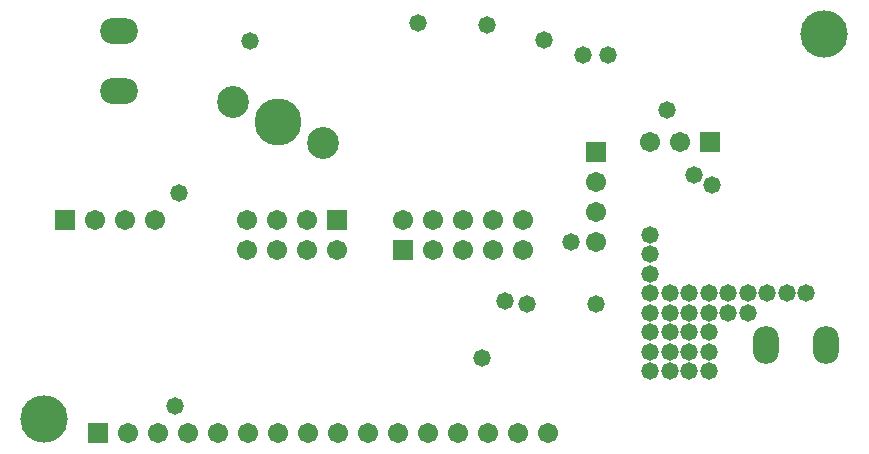
<source format=gbs>
%FSLAX25Y25*%
%MOIN*%
G70*
G01*
G75*
G04 Layer_Color=16711935*
%ADD10R,0.05906X0.03937*%
%ADD11R,0.02362X0.07087*%
%ADD12R,0.17716X0.18898*%
%ADD13R,0.06693X0.04331*%
%ADD14R,0.03937X0.05906*%
%ADD15R,0.02756X0.03543*%
%ADD16R,0.03543X0.02756*%
%ADD17R,0.09646X0.08465*%
%ADD18R,0.06102X0.09646*%
%ADD19R,0.05512X0.11811*%
%ADD20R,0.03937X0.09449*%
%ADD21C,0.10000*%
%ADD22C,0.03000*%
%ADD23C,0.01000*%
%ADD24C,0.03500*%
%ADD25C,0.06000*%
%ADD26C,0.02500*%
%ADD27C,0.05000*%
%ADD28C,0.15000*%
%ADD29R,0.05906X0.05906*%
%ADD30C,0.05906*%
%ADD31O,0.07874X0.11811*%
%ADD32R,0.05906X0.05906*%
%ADD33C,0.14900*%
%ADD34C,0.09843*%
%ADD35O,0.11811X0.07874*%
%ADD36C,0.05000*%
%ADD37C,0.00984*%
%ADD38C,0.00800*%
%ADD39C,0.00787*%
%ADD40C,0.00600*%
%ADD41R,0.06706X0.04737*%
%ADD42R,0.03162X0.07887*%
%ADD43R,0.18517X0.19698*%
%ADD44R,0.07493X0.05131*%
%ADD45R,0.04737X0.06706*%
%ADD46R,0.03556X0.04343*%
%ADD47R,0.04343X0.03556*%
%ADD48R,0.10446X0.09265*%
%ADD49R,0.06902X0.10446*%
%ADD50R,0.06312X0.12611*%
%ADD51R,0.04737X0.10249*%
%ADD52C,0.15800*%
%ADD53R,0.06706X0.06706*%
%ADD54C,0.06706*%
%ADD55O,0.08674X0.12611*%
%ADD56R,0.06706X0.06706*%
%ADD57C,0.15700*%
%ADD58C,0.10642*%
%ADD59O,0.12611X0.08674*%
%ADD60C,0.05800*%
D52*
X15000Y15000D02*
D03*
X275000Y143500D02*
D03*
D53*
X237000Y107500D02*
D03*
X33000Y10500D02*
D03*
X22000Y81500D02*
D03*
X112500D02*
D03*
X134500Y71500D02*
D03*
D54*
X227000Y107500D02*
D03*
X217000D02*
D03*
X199000Y74000D02*
D03*
Y84000D02*
D03*
Y94000D02*
D03*
X43000Y10500D02*
D03*
X53000D02*
D03*
X63000D02*
D03*
X73000D02*
D03*
X83000D02*
D03*
X93000D02*
D03*
X103000D02*
D03*
X113000D02*
D03*
X123000D02*
D03*
X133000D02*
D03*
X143000D02*
D03*
X153000D02*
D03*
X163000D02*
D03*
X173000D02*
D03*
X183000D02*
D03*
X52000Y81500D02*
D03*
X42000D02*
D03*
X32000D02*
D03*
X82500Y71500D02*
D03*
Y81500D02*
D03*
X92500Y71500D02*
D03*
Y81500D02*
D03*
X102500Y71500D02*
D03*
Y81500D02*
D03*
X112500Y71500D02*
D03*
X174500Y81500D02*
D03*
Y71500D02*
D03*
X164500Y81500D02*
D03*
Y71500D02*
D03*
X154500Y81500D02*
D03*
Y71500D02*
D03*
X144500Y81500D02*
D03*
Y71500D02*
D03*
X134500Y81500D02*
D03*
D55*
X255500Y39752D02*
D03*
X275500D02*
D03*
D56*
X199000Y104000D02*
D03*
D57*
X93000Y114000D02*
D03*
D58*
X108000Y107200D02*
D03*
X78000Y120800D02*
D03*
D59*
X39752Y144500D02*
D03*
Y124500D02*
D03*
D60*
X249500Y50500D02*
D03*
X243000D02*
D03*
X223500Y31000D02*
D03*
X230000D02*
D03*
X236500D02*
D03*
X217000D02*
D03*
X223500Y37500D02*
D03*
X230000D02*
D03*
X236500D02*
D03*
X217000D02*
D03*
X223500Y44000D02*
D03*
X230000D02*
D03*
X236500D02*
D03*
X217000D02*
D03*
Y50500D02*
D03*
X223500D02*
D03*
X230000D02*
D03*
X236500D02*
D03*
X217000Y76500D02*
D03*
Y70000D02*
D03*
Y57000D02*
D03*
X269000D02*
D03*
X256000D02*
D03*
X262500D02*
D03*
X231500Y96500D02*
D03*
X237500Y93000D02*
D03*
X222500Y118000D02*
D03*
X203000Y136500D02*
D03*
X194500D02*
D03*
X181500Y141500D02*
D03*
X162500Y146500D02*
D03*
X139500Y147000D02*
D03*
X249500Y57000D02*
D03*
X217000Y63500D02*
D03*
X236500Y57000D02*
D03*
X243000D02*
D03*
X230000D02*
D03*
X223500D02*
D03*
X199000Y53362D02*
D03*
X83500Y141000D02*
D03*
X58500Y19500D02*
D03*
X176000Y53362D02*
D03*
X161000Y35500D02*
D03*
X168500Y54500D02*
D03*
X60000Y90500D02*
D03*
X190500Y74000D02*
D03*
M02*

</source>
